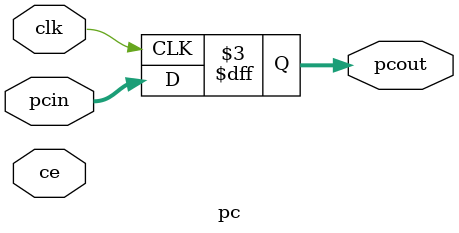
<source format=v>
module pc(pcin,pcout,clk,ce);
//abc
input clk, ce;
input[31:0] pcin;
output reg[31:0] pcout;
initial begin
	pcout<=0;
end
always @(posedge clk)
begin
	pcout <= pcin;
end
endmodule

</source>
